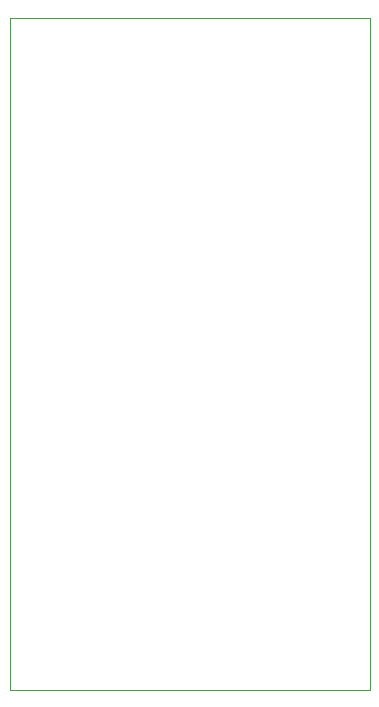
<source format=gbr>
G04 (created by PCBNEW (2013-07-07 BZR 4022)-stable) date 1/28/2014 6:44:28 PM*
%MOIN*%
G04 Gerber Fmt 3.4, Leading zero omitted, Abs format*
%FSLAX34Y34*%
G01*
G70*
G90*
G04 APERTURE LIST*
%ADD10C,0.00590551*%
%ADD11C,0.00393701*%
G04 APERTURE END LIST*
G54D10*
G54D11*
X73500Y-77800D02*
X73500Y-55400D01*
X85500Y-77800D02*
X73500Y-77800D01*
X85500Y-55400D02*
X85500Y-77800D01*
X73500Y-55400D02*
X85500Y-55400D01*
M02*

</source>
